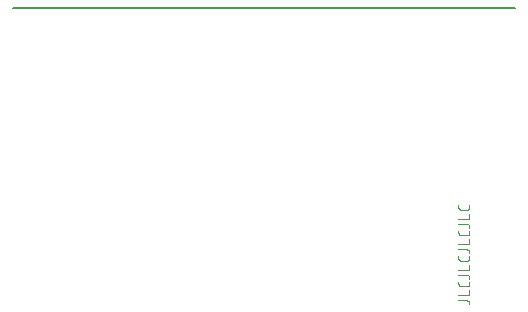
<source format=gbr>
G04 EAGLE Gerber RS-274X export*
G75*
%MOMM*%
%FSLAX34Y34*%
%LPD*%
%INSilkscreen Top*%
%IPPOS*%
%AMOC8*
5,1,8,0,0,1.08239X$1,22.5*%
G01*
%ADD10C,0.152400*%
%ADD11C,0.076200*%


D10*
X284030Y344170D02*
X708650Y344170D01*
D11*
X667966Y96607D02*
X660781Y96607D01*
X667966Y96607D02*
X668056Y96605D01*
X668145Y96599D01*
X668234Y96589D01*
X668322Y96576D01*
X668410Y96558D01*
X668497Y96537D01*
X668583Y96512D01*
X668668Y96483D01*
X668752Y96451D01*
X668834Y96415D01*
X668914Y96375D01*
X668993Y96332D01*
X669069Y96285D01*
X669144Y96236D01*
X669216Y96183D01*
X669286Y96127D01*
X669353Y96068D01*
X669418Y96006D01*
X669480Y95941D01*
X669539Y95874D01*
X669595Y95804D01*
X669648Y95732D01*
X669697Y95657D01*
X669744Y95581D01*
X669787Y95502D01*
X669827Y95422D01*
X669863Y95340D01*
X669895Y95256D01*
X669924Y95171D01*
X669949Y95085D01*
X669970Y94998D01*
X669988Y94910D01*
X670001Y94822D01*
X670011Y94733D01*
X670017Y94644D01*
X670019Y94554D01*
X670019Y93528D01*
X670019Y101056D02*
X660781Y101056D01*
X670019Y101056D02*
X670019Y105162D01*
X670019Y110566D02*
X670019Y112619D01*
X670019Y110566D02*
X670017Y110476D01*
X670011Y110387D01*
X670001Y110298D01*
X669988Y110210D01*
X669970Y110122D01*
X669949Y110035D01*
X669924Y109949D01*
X669895Y109864D01*
X669863Y109780D01*
X669827Y109698D01*
X669787Y109618D01*
X669744Y109540D01*
X669697Y109463D01*
X669648Y109388D01*
X669595Y109316D01*
X669539Y109246D01*
X669480Y109179D01*
X669418Y109114D01*
X669353Y109052D01*
X669286Y108993D01*
X669216Y108937D01*
X669144Y108884D01*
X669069Y108835D01*
X668993Y108788D01*
X668914Y108745D01*
X668834Y108705D01*
X668752Y108669D01*
X668668Y108637D01*
X668583Y108608D01*
X668497Y108583D01*
X668410Y108562D01*
X668322Y108544D01*
X668234Y108531D01*
X668145Y108521D01*
X668056Y108515D01*
X667966Y108513D01*
X667966Y108514D02*
X662834Y108514D01*
X662834Y108513D02*
X662744Y108515D01*
X662655Y108521D01*
X662566Y108531D01*
X662478Y108544D01*
X662390Y108562D01*
X662303Y108583D01*
X662217Y108608D01*
X662132Y108637D01*
X662048Y108669D01*
X661966Y108705D01*
X661886Y108745D01*
X661808Y108788D01*
X661731Y108835D01*
X661656Y108884D01*
X661584Y108937D01*
X661514Y108993D01*
X661447Y109052D01*
X661382Y109114D01*
X661320Y109179D01*
X661261Y109246D01*
X661205Y109316D01*
X661152Y109388D01*
X661103Y109463D01*
X661056Y109539D01*
X661013Y109618D01*
X660973Y109698D01*
X660937Y109780D01*
X660905Y109864D01*
X660876Y109949D01*
X660851Y110035D01*
X660830Y110122D01*
X660812Y110209D01*
X660799Y110298D01*
X660789Y110387D01*
X660783Y110476D01*
X660781Y110566D01*
X660781Y112619D01*
X660781Y118207D02*
X667966Y118207D01*
X668056Y118205D01*
X668145Y118199D01*
X668234Y118189D01*
X668322Y118176D01*
X668410Y118158D01*
X668497Y118137D01*
X668583Y118112D01*
X668668Y118083D01*
X668752Y118051D01*
X668834Y118015D01*
X668914Y117975D01*
X668993Y117932D01*
X669069Y117885D01*
X669144Y117836D01*
X669216Y117783D01*
X669286Y117727D01*
X669353Y117668D01*
X669418Y117606D01*
X669480Y117541D01*
X669539Y117474D01*
X669595Y117404D01*
X669648Y117332D01*
X669697Y117257D01*
X669744Y117181D01*
X669787Y117102D01*
X669827Y117022D01*
X669863Y116940D01*
X669895Y116856D01*
X669924Y116771D01*
X669949Y116685D01*
X669970Y116598D01*
X669988Y116510D01*
X670001Y116422D01*
X670011Y116333D01*
X670017Y116244D01*
X670019Y116154D01*
X670019Y115128D01*
X670019Y122656D02*
X660781Y122656D01*
X670019Y122656D02*
X670019Y126762D01*
X670019Y132166D02*
X670019Y134219D01*
X670019Y132166D02*
X670017Y132076D01*
X670011Y131987D01*
X670001Y131898D01*
X669988Y131810D01*
X669970Y131722D01*
X669949Y131635D01*
X669924Y131549D01*
X669895Y131464D01*
X669863Y131380D01*
X669827Y131298D01*
X669787Y131218D01*
X669744Y131140D01*
X669697Y131063D01*
X669648Y130988D01*
X669595Y130916D01*
X669539Y130846D01*
X669480Y130779D01*
X669418Y130714D01*
X669353Y130652D01*
X669286Y130593D01*
X669216Y130537D01*
X669144Y130484D01*
X669069Y130435D01*
X668993Y130388D01*
X668914Y130345D01*
X668834Y130305D01*
X668752Y130269D01*
X668668Y130237D01*
X668583Y130208D01*
X668497Y130183D01*
X668410Y130162D01*
X668322Y130144D01*
X668234Y130131D01*
X668145Y130121D01*
X668056Y130115D01*
X667966Y130113D01*
X662834Y130113D01*
X662744Y130115D01*
X662655Y130121D01*
X662566Y130131D01*
X662478Y130144D01*
X662390Y130162D01*
X662303Y130183D01*
X662217Y130208D01*
X662132Y130237D01*
X662048Y130269D01*
X661966Y130305D01*
X661886Y130345D01*
X661808Y130388D01*
X661731Y130435D01*
X661656Y130484D01*
X661584Y130537D01*
X661514Y130593D01*
X661447Y130652D01*
X661382Y130714D01*
X661320Y130779D01*
X661261Y130846D01*
X661205Y130916D01*
X661152Y130988D01*
X661103Y131063D01*
X661056Y131139D01*
X661013Y131218D01*
X660973Y131298D01*
X660937Y131380D01*
X660905Y131464D01*
X660876Y131549D01*
X660851Y131635D01*
X660830Y131722D01*
X660812Y131809D01*
X660799Y131898D01*
X660789Y131987D01*
X660783Y132076D01*
X660781Y132166D01*
X660781Y134219D01*
X660781Y139807D02*
X667966Y139807D01*
X668056Y139805D01*
X668145Y139799D01*
X668234Y139789D01*
X668322Y139776D01*
X668410Y139758D01*
X668497Y139737D01*
X668583Y139712D01*
X668668Y139683D01*
X668752Y139651D01*
X668834Y139615D01*
X668914Y139575D01*
X668993Y139532D01*
X669069Y139485D01*
X669144Y139436D01*
X669216Y139383D01*
X669286Y139327D01*
X669353Y139268D01*
X669418Y139206D01*
X669480Y139141D01*
X669539Y139074D01*
X669595Y139004D01*
X669648Y138932D01*
X669697Y138857D01*
X669744Y138781D01*
X669787Y138702D01*
X669827Y138622D01*
X669863Y138540D01*
X669895Y138456D01*
X669924Y138371D01*
X669949Y138285D01*
X669970Y138198D01*
X669988Y138110D01*
X670001Y138022D01*
X670011Y137933D01*
X670017Y137844D01*
X670019Y137754D01*
X670019Y136728D01*
X670019Y144256D02*
X660781Y144256D01*
X670019Y144256D02*
X670019Y148362D01*
X670019Y153766D02*
X670019Y155819D01*
X670019Y153766D02*
X670017Y153676D01*
X670011Y153587D01*
X670001Y153498D01*
X669988Y153410D01*
X669970Y153322D01*
X669949Y153235D01*
X669924Y153149D01*
X669895Y153064D01*
X669863Y152980D01*
X669827Y152898D01*
X669787Y152818D01*
X669744Y152740D01*
X669697Y152663D01*
X669648Y152588D01*
X669595Y152516D01*
X669539Y152446D01*
X669480Y152379D01*
X669418Y152314D01*
X669353Y152252D01*
X669286Y152193D01*
X669216Y152137D01*
X669144Y152084D01*
X669069Y152035D01*
X668993Y151988D01*
X668914Y151945D01*
X668834Y151905D01*
X668752Y151869D01*
X668668Y151837D01*
X668583Y151808D01*
X668497Y151783D01*
X668410Y151762D01*
X668322Y151744D01*
X668234Y151731D01*
X668145Y151721D01*
X668056Y151715D01*
X667966Y151713D01*
X662834Y151713D01*
X662744Y151715D01*
X662655Y151721D01*
X662566Y151731D01*
X662478Y151744D01*
X662390Y151762D01*
X662303Y151783D01*
X662217Y151808D01*
X662132Y151837D01*
X662048Y151869D01*
X661966Y151905D01*
X661886Y151945D01*
X661808Y151988D01*
X661731Y152035D01*
X661656Y152084D01*
X661584Y152137D01*
X661514Y152193D01*
X661447Y152252D01*
X661382Y152314D01*
X661320Y152379D01*
X661261Y152446D01*
X661205Y152516D01*
X661152Y152588D01*
X661103Y152663D01*
X661056Y152739D01*
X661013Y152818D01*
X660973Y152898D01*
X660937Y152980D01*
X660905Y153064D01*
X660876Y153149D01*
X660851Y153235D01*
X660830Y153322D01*
X660812Y153409D01*
X660799Y153498D01*
X660789Y153587D01*
X660783Y153676D01*
X660781Y153766D01*
X660781Y155819D01*
X660781Y161407D02*
X667966Y161407D01*
X668056Y161405D01*
X668145Y161399D01*
X668234Y161389D01*
X668322Y161376D01*
X668410Y161358D01*
X668497Y161337D01*
X668583Y161312D01*
X668668Y161283D01*
X668752Y161251D01*
X668834Y161215D01*
X668914Y161175D01*
X668993Y161132D01*
X669069Y161085D01*
X669144Y161036D01*
X669216Y160983D01*
X669286Y160927D01*
X669353Y160868D01*
X669418Y160806D01*
X669480Y160741D01*
X669539Y160674D01*
X669595Y160604D01*
X669648Y160532D01*
X669697Y160457D01*
X669744Y160381D01*
X669787Y160302D01*
X669827Y160222D01*
X669863Y160140D01*
X669895Y160056D01*
X669924Y159971D01*
X669949Y159885D01*
X669970Y159798D01*
X669988Y159710D01*
X670001Y159622D01*
X670011Y159533D01*
X670017Y159444D01*
X670019Y159354D01*
X670019Y158327D01*
X670019Y165856D02*
X660781Y165856D01*
X670019Y165856D02*
X670019Y169962D01*
X670019Y175366D02*
X670019Y177419D01*
X670019Y175366D02*
X670017Y175276D01*
X670011Y175187D01*
X670001Y175098D01*
X669988Y175010D01*
X669970Y174922D01*
X669949Y174835D01*
X669924Y174749D01*
X669895Y174664D01*
X669863Y174580D01*
X669827Y174498D01*
X669787Y174418D01*
X669744Y174340D01*
X669697Y174263D01*
X669648Y174188D01*
X669595Y174116D01*
X669539Y174046D01*
X669480Y173979D01*
X669418Y173914D01*
X669353Y173852D01*
X669286Y173793D01*
X669216Y173737D01*
X669144Y173684D01*
X669069Y173635D01*
X668993Y173588D01*
X668914Y173545D01*
X668834Y173505D01*
X668752Y173469D01*
X668668Y173437D01*
X668583Y173408D01*
X668497Y173383D01*
X668410Y173362D01*
X668322Y173344D01*
X668234Y173331D01*
X668145Y173321D01*
X668056Y173315D01*
X667966Y173313D01*
X662834Y173313D01*
X662744Y173315D01*
X662655Y173321D01*
X662566Y173331D01*
X662478Y173344D01*
X662390Y173362D01*
X662303Y173383D01*
X662217Y173408D01*
X662132Y173437D01*
X662048Y173469D01*
X661966Y173505D01*
X661886Y173545D01*
X661808Y173588D01*
X661731Y173635D01*
X661656Y173684D01*
X661584Y173737D01*
X661514Y173793D01*
X661447Y173852D01*
X661382Y173914D01*
X661320Y173979D01*
X661261Y174046D01*
X661205Y174116D01*
X661152Y174188D01*
X661103Y174263D01*
X661056Y174339D01*
X661013Y174418D01*
X660973Y174498D01*
X660937Y174580D01*
X660905Y174664D01*
X660876Y174749D01*
X660851Y174835D01*
X660830Y174922D01*
X660812Y175009D01*
X660799Y175098D01*
X660789Y175187D01*
X660783Y175276D01*
X660781Y175366D01*
X660781Y177419D01*
M02*

</source>
